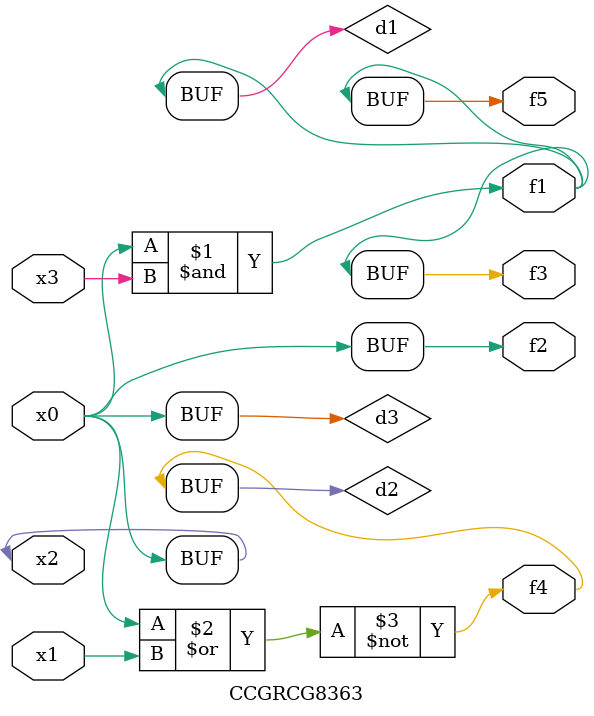
<source format=v>
module CCGRCG8363(
	input x0, x1, x2, x3,
	output f1, f2, f3, f4, f5
);

	wire d1, d2, d3;

	and (d1, x2, x3);
	nor (d2, x0, x1);
	buf (d3, x0, x2);
	assign f1 = d1;
	assign f2 = d3;
	assign f3 = d1;
	assign f4 = d2;
	assign f5 = d1;
endmodule

</source>
